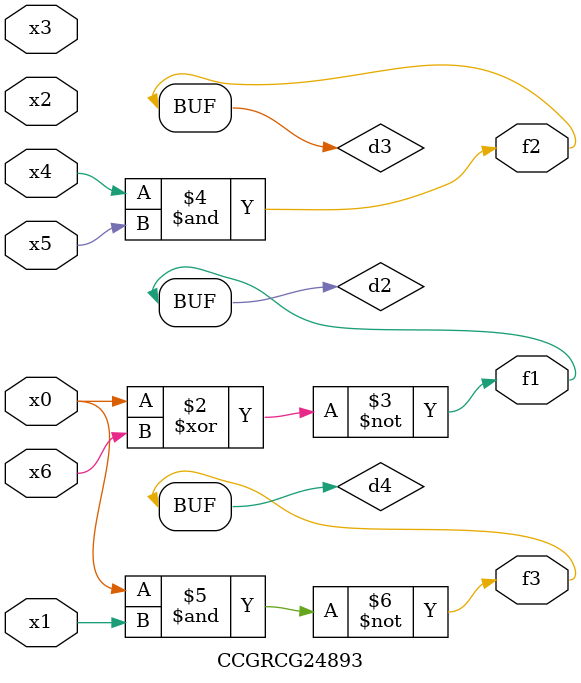
<source format=v>
module CCGRCG24893(
	input x0, x1, x2, x3, x4, x5, x6,
	output f1, f2, f3
);

	wire d1, d2, d3, d4;

	nor (d1, x0);
	xnor (d2, x0, x6);
	and (d3, x4, x5);
	nand (d4, x0, x1);
	assign f1 = d2;
	assign f2 = d3;
	assign f3 = d4;
endmodule

</source>
